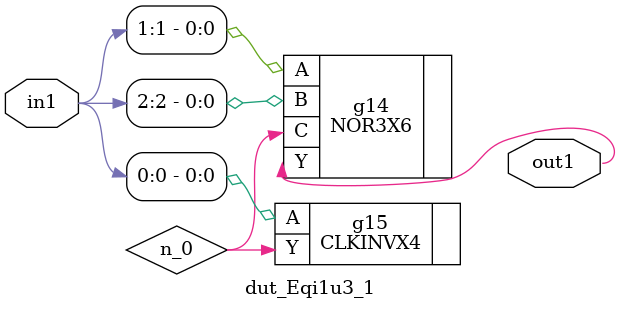
<source format=v>
`timescale 1ps / 1ps


module dut_Eqi1u3_1(in1, out1);
  input [2:0] in1;
  output out1;
  wire [2:0] in1;
  wire out1;
  wire n_0;
  NOR3X6 g14(.A (in1[1]), .B (in1[2]), .C (n_0), .Y (out1));
  CLKINVX4 g15(.A (in1[0]), .Y (n_0));
endmodule



</source>
